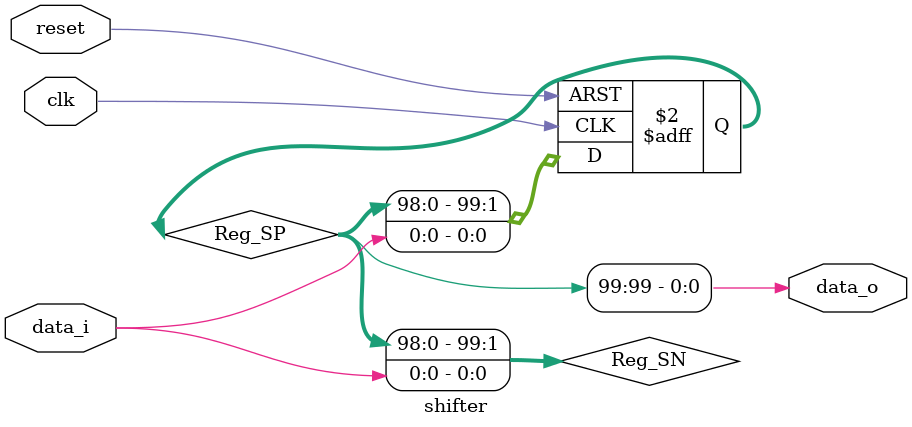
<source format=sv>


module shifter #(parameter int unsigned FROM = 100, parameter int unsigned LOG2FROM = 5)
	(	input logic 	        data_i,
		output logic 			data_o,
		input logic 			clk,
		input logic 			reset);

	//Signal declarations	
	logic [FROM-1:0]					    Reg_SP, Reg_SN;
    // -----------------
    //  Registers
    // -----------------
        //assign Reg_SN = LoadEn_S ? data_i : (shift_S ? {Reg_SP[FROM-2:0],1'b0} : Reg_SP);
        //assign data_o = Reg_SP[FROM-1];
        assign Reg_SN = {Reg_SP[FROM-2:0],data_i};
        assign data_o = Reg_SP[FROM-1];

	  always @ (posedge clk or posedge reset) begin
	    if (reset) begin
	      Reg_SP           <= '0;
	    end else begin
	      Reg_SP           <= Reg_SN;
	    end
	  end


	endmodule // shift_serializer

</source>
